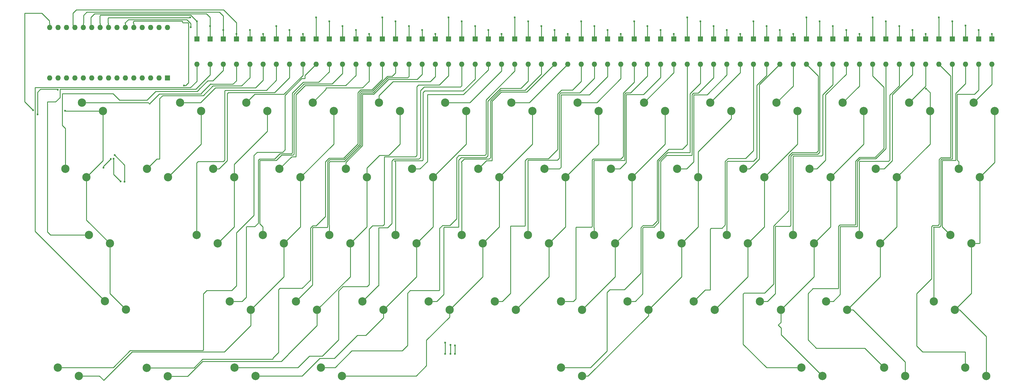
<source format=gbl>
G04 #@! TF.GenerationSoftware,KiCad,Pcbnew,(6.0.7)*
G04 #@! TF.CreationDate,2022-09-06T07:39:08-07:00*
G04 #@! TF.ProjectId,60 Percent Keyboard Ardiuno Micro,36302050-6572-4636-956e-74204b657962,rev?*
G04 #@! TF.SameCoordinates,Original*
G04 #@! TF.FileFunction,Copper,L2,Bot*
G04 #@! TF.FilePolarity,Positive*
%FSLAX46Y46*%
G04 Gerber Fmt 4.6, Leading zero omitted, Abs format (unit mm)*
G04 Created by KiCad (PCBNEW (6.0.7)) date 2022-09-06 07:39:08*
%MOMM*%
%LPD*%
G01*
G04 APERTURE LIST*
G04 #@! TA.AperFunction,ComponentPad*
%ADD10C,2.500000*%
G04 #@! TD*
G04 #@! TA.AperFunction,ComponentPad*
%ADD11R,1.600000X1.600000*%
G04 #@! TD*
G04 #@! TA.AperFunction,ComponentPad*
%ADD12O,1.600000X1.600000*%
G04 #@! TD*
G04 #@! TA.AperFunction,ViaPad*
%ADD13C,0.600000*%
G04 #@! TD*
G04 #@! TA.AperFunction,Conductor*
%ADD14C,0.250000*%
G04 #@! TD*
G04 APERTURE END LIST*
D10*
X29550000Y-305170000D03*
X23200000Y-302630000D03*
X102210000Y-265190000D03*
X95860000Y-262650000D03*
D11*
X118900000Y-223420000D03*
D12*
X118900000Y-231040000D03*
D10*
X242210000Y-265190000D03*
X235860000Y-262650000D03*
X82210000Y-265190000D03*
X75860000Y-262650000D03*
D11*
X114900000Y-223420000D03*
D12*
X114900000Y-231040000D03*
D11*
X50900000Y-223420000D03*
D12*
X50900000Y-231040000D03*
D11*
X146900000Y-223420000D03*
D12*
X146900000Y-231040000D03*
D11*
X178900000Y-223420000D03*
D12*
X178900000Y-231040000D03*
D10*
X247210000Y-305190000D03*
X240860000Y-302650000D03*
D11*
X130900000Y-223420000D03*
D12*
X130900000Y-231040000D03*
D10*
X122210000Y-265190000D03*
X115860000Y-262650000D03*
X192210000Y-245190000D03*
X185860000Y-242650000D03*
X15300000Y-325160000D03*
X8950000Y-322620000D03*
X42210000Y-265190000D03*
X35860000Y-262650000D03*
X67210000Y-305190000D03*
X60860000Y-302650000D03*
X87210000Y-305190000D03*
X80860000Y-302650000D03*
D11*
X206900000Y-223420000D03*
D12*
X206900000Y-231040000D03*
D10*
X127210000Y-305190000D03*
X120860000Y-302650000D03*
X262210000Y-265190000D03*
X255860000Y-262650000D03*
D11*
X66900000Y-223420000D03*
D12*
X66900000Y-231040000D03*
D10*
X279710000Y-305190000D03*
X273360000Y-302650000D03*
D11*
X254900000Y-223420000D03*
D12*
X254900000Y-231040000D03*
D10*
X22610000Y-245170000D03*
X16260000Y-242630000D03*
D11*
X234900000Y-223420000D03*
D12*
X234900000Y-231040000D03*
D11*
X170900000Y-223420000D03*
D12*
X170900000Y-231040000D03*
D10*
X112210000Y-245190000D03*
X105860000Y-242650000D03*
D11*
X150900000Y-223420000D03*
D12*
X150900000Y-231040000D03*
D10*
X92210000Y-245190000D03*
X85860000Y-242650000D03*
D11*
X166900000Y-223420000D03*
D12*
X166900000Y-231040000D03*
D10*
X291710000Y-245190000D03*
X285360000Y-242650000D03*
X237210000Y-285190000D03*
X230860000Y-282650000D03*
D11*
X86900000Y-223420000D03*
D12*
X86900000Y-231040000D03*
D10*
X42160000Y-325250000D03*
X35810000Y-322710000D03*
D11*
X90900000Y-223420000D03*
D12*
X90900000Y-231040000D03*
D11*
X154900000Y-223420000D03*
D12*
X154900000Y-231040000D03*
D11*
X282900000Y-223420000D03*
D12*
X282900000Y-231040000D03*
D10*
X287210000Y-265190000D03*
X280860000Y-262650000D03*
D11*
X222900000Y-223420000D03*
D12*
X222900000Y-231040000D03*
D11*
X158900000Y-223420000D03*
D12*
X158900000Y-231040000D03*
D10*
X217210000Y-285190000D03*
X210860000Y-282650000D03*
D11*
X290900000Y-223420000D03*
D12*
X290900000Y-231040000D03*
D10*
X222210000Y-265190000D03*
X215860000Y-262650000D03*
D11*
X214900000Y-223420000D03*
D12*
X214900000Y-231040000D03*
D11*
X190900000Y-223420000D03*
D12*
X190900000Y-231040000D03*
D11*
X258900000Y-223420000D03*
D12*
X258900000Y-231040000D03*
D10*
X197210000Y-285190000D03*
X190860000Y-282650000D03*
X257210000Y-285190000D03*
X250860000Y-282650000D03*
D11*
X270900000Y-223420000D03*
D12*
X270900000Y-231040000D03*
D10*
X187210000Y-305190000D03*
X180860000Y-302650000D03*
X17600000Y-265170000D03*
X11250000Y-262630000D03*
X24710000Y-285190000D03*
X18360000Y-282650000D03*
D11*
X102900000Y-223420000D03*
D12*
X102900000Y-231040000D03*
D11*
X62900000Y-223420000D03*
D12*
X62900000Y-231040000D03*
D10*
X157210000Y-285190000D03*
X150860000Y-282650000D03*
D11*
X202900000Y-223420000D03*
D12*
X202900000Y-231040000D03*
D11*
X162900000Y-223420000D03*
D12*
X162900000Y-231040000D03*
D10*
X137210000Y-285190000D03*
X130860000Y-282650000D03*
X202210000Y-265190000D03*
X195860000Y-262650000D03*
X264710000Y-325190000D03*
X258360000Y-322650000D03*
X167210000Y-305190000D03*
X160860000Y-302650000D03*
D11*
X110900000Y-223420000D03*
D12*
X110900000Y-231040000D03*
D10*
X227210000Y-305190000D03*
X220860000Y-302650000D03*
X289210000Y-325190000D03*
X282860000Y-322650000D03*
D11*
X42050000Y-235210000D03*
D12*
X39510000Y-235210000D03*
X36970000Y-235210000D03*
X34430000Y-235210000D03*
X31890000Y-235210000D03*
X29350000Y-235210000D03*
X26810000Y-235210000D03*
X24270000Y-235210000D03*
X21730000Y-235210000D03*
X19190000Y-235210000D03*
X16650000Y-235210000D03*
X14110000Y-235210000D03*
X11570000Y-235210000D03*
X9030000Y-235210000D03*
X6490000Y-235210000D03*
X6490000Y-219970000D03*
X9030000Y-219970000D03*
X11570000Y-219970000D03*
X14110000Y-219970000D03*
X16650000Y-219970000D03*
X19190000Y-219970000D03*
X21730000Y-219970000D03*
X24270000Y-219970000D03*
X26810000Y-219970000D03*
X29350000Y-219970000D03*
X31890000Y-219970000D03*
X34430000Y-219970000D03*
X36970000Y-219970000D03*
X39510000Y-219970000D03*
X42050000Y-219970000D03*
D11*
X82900000Y-223420000D03*
D12*
X82900000Y-231040000D03*
D11*
X182900000Y-223420000D03*
D12*
X182900000Y-231040000D03*
D11*
X126900000Y-223420000D03*
D12*
X126900000Y-231040000D03*
D10*
X147210000Y-305190000D03*
X140860000Y-302650000D03*
D11*
X246900000Y-223420000D03*
D12*
X246900000Y-231040000D03*
D10*
X207210000Y-305190000D03*
X200860000Y-302650000D03*
X212210000Y-245190000D03*
X205860000Y-242650000D03*
D11*
X242900000Y-223420000D03*
D12*
X242900000Y-231040000D03*
D11*
X262900000Y-223420000D03*
D12*
X262900000Y-231040000D03*
D10*
X77210000Y-285190000D03*
X70860000Y-282650000D03*
D11*
X122900000Y-223420000D03*
D12*
X122900000Y-231040000D03*
D10*
X107210000Y-305190000D03*
X100860000Y-302650000D03*
X182210000Y-265190000D03*
X175860000Y-262650000D03*
D11*
X134900000Y-223420000D03*
D12*
X134900000Y-231040000D03*
D10*
X239710000Y-325190000D03*
X233360000Y-322650000D03*
X177210000Y-285190000D03*
X170860000Y-282650000D03*
D11*
X186900000Y-223420000D03*
D12*
X186900000Y-231040000D03*
D11*
X250900000Y-223420000D03*
D12*
X250900000Y-231040000D03*
D11*
X70900000Y-223420000D03*
D12*
X70900000Y-231040000D03*
D10*
X97210000Y-285190000D03*
X90860000Y-282650000D03*
X284710000Y-285190000D03*
X278360000Y-282650000D03*
X57210000Y-285190000D03*
X50860000Y-282650000D03*
X152210000Y-245190000D03*
X145860000Y-242650000D03*
D11*
X78900000Y-223420000D03*
D12*
X78900000Y-231040000D03*
D11*
X142900000Y-223420000D03*
D12*
X142900000Y-231040000D03*
D10*
X167210000Y-325190000D03*
X160860000Y-322650000D03*
X172210000Y-245190000D03*
X165860000Y-242650000D03*
X72210000Y-245190000D03*
X65860000Y-242650000D03*
D11*
X94900000Y-223420000D03*
D12*
X94900000Y-231040000D03*
D11*
X230900000Y-223420000D03*
D12*
X230900000Y-231040000D03*
D10*
X272210000Y-245190000D03*
X265860000Y-242650000D03*
D11*
X226900000Y-223420000D03*
D12*
X226900000Y-231040000D03*
D11*
X218900000Y-223420000D03*
D12*
X218900000Y-231040000D03*
D11*
X106900000Y-223420000D03*
D12*
X106900000Y-231040000D03*
D11*
X138900000Y-223420000D03*
D12*
X138900000Y-231040000D03*
D10*
X62210000Y-265190000D03*
X55860000Y-262650000D03*
X132210000Y-245190000D03*
X125860000Y-242650000D03*
X94710000Y-325190000D03*
X88360000Y-322650000D03*
D11*
X54900000Y-223420000D03*
D12*
X54900000Y-231040000D03*
D11*
X174900000Y-223420000D03*
D12*
X174900000Y-231040000D03*
D11*
X278900000Y-223420000D03*
D12*
X278900000Y-231040000D03*
D10*
X68600000Y-325210000D03*
X62250000Y-322670000D03*
X162210000Y-265190000D03*
X155860000Y-262650000D03*
X142210000Y-265190000D03*
X135860000Y-262650000D03*
D11*
X194900000Y-223420000D03*
D12*
X194900000Y-231040000D03*
D11*
X210900000Y-223420000D03*
D12*
X210900000Y-231040000D03*
D10*
X232210000Y-245190000D03*
X225860000Y-242650000D03*
X252210000Y-245190000D03*
X245860000Y-242650000D03*
D11*
X198900000Y-223420000D03*
D12*
X198900000Y-231040000D03*
D10*
X52210000Y-245190000D03*
X45860000Y-242650000D03*
D11*
X266900000Y-223420000D03*
D12*
X266900000Y-231040000D03*
D11*
X238900000Y-223420000D03*
D12*
X238900000Y-231040000D03*
D11*
X74900000Y-223420000D03*
D12*
X74900000Y-231040000D03*
D10*
X117210000Y-285190000D03*
X110860000Y-282650000D03*
D11*
X274900000Y-223420000D03*
D12*
X274900000Y-231040000D03*
D11*
X98900000Y-223420000D03*
D12*
X98900000Y-231040000D03*
D11*
X58900000Y-223420000D03*
D12*
X58900000Y-231040000D03*
D11*
X286900000Y-223420000D03*
D12*
X286900000Y-231040000D03*
D13*
X127500000Y-318500000D03*
X127500000Y-315800000D03*
X128800000Y-316000000D03*
X128800000Y-318500000D03*
X26100000Y-258500000D03*
X29100000Y-266500000D03*
X27900000Y-266400000D03*
X25800000Y-259600000D03*
X24900000Y-259675500D03*
X22700000Y-262300000D03*
X8900000Y-238724500D03*
X2800000Y-246200000D03*
X11100000Y-245100000D03*
X1475500Y-244900000D03*
X142900000Y-221900000D03*
X178900000Y-221900000D03*
X214900000Y-221900000D03*
X230900000Y-221900000D03*
X162900000Y-221900000D03*
X270900000Y-221900000D03*
X122900000Y-221900000D03*
X194900000Y-221900000D03*
X82900000Y-221900000D03*
X70900000Y-221900000D03*
X102900000Y-221900000D03*
X250900000Y-221900000D03*
X290900000Y-221900000D03*
X62900000Y-221900000D03*
X98900000Y-220700000D03*
X246900000Y-220700000D03*
X226900000Y-220700000D03*
X58900000Y-220700000D03*
X138900000Y-220700000D03*
X78900000Y-220700000D03*
X266900000Y-220700000D03*
X66900000Y-220700000D03*
X174900000Y-220700000D03*
X158900000Y-220700000D03*
X118900000Y-220700000D03*
X286900000Y-220700000D03*
X190900000Y-220700000D03*
X210900000Y-220700000D03*
X186900000Y-219500000D03*
X114900000Y-219500000D03*
X222900000Y-219500000D03*
X262900000Y-219500000D03*
X54900000Y-219500000D03*
X170900000Y-219500000D03*
X206900000Y-219500000D03*
X74900000Y-219500000D03*
X242900000Y-219500000D03*
X154900000Y-219500000D03*
X94900000Y-219500000D03*
X282900000Y-219400000D03*
X134900000Y-219500000D03*
X150900000Y-218100000D03*
X166900000Y-218100000D03*
X278900000Y-218100000D03*
X238900000Y-218100000D03*
X182900000Y-218100000D03*
X90900000Y-218100000D03*
X50900000Y-218100000D03*
X258900000Y-218100000D03*
X110900000Y-218100000D03*
X202900000Y-218100000D03*
X130900000Y-218100000D03*
X218900000Y-218100000D03*
X106900000Y-216900000D03*
X48858411Y-216941589D03*
X254900000Y-216900000D03*
X86900000Y-216900000D03*
X146900000Y-216900000D03*
X198900000Y-216900000D03*
X234900000Y-216900000D03*
X126900000Y-216900000D03*
X274900000Y-216900000D03*
X49100000Y-219900000D03*
X271000000Y-238400000D03*
X47000000Y-237475500D03*
X125900000Y-315100000D03*
X125900000Y-318500000D03*
D14*
X127500000Y-318500000D02*
X127500000Y-315800000D01*
X217210000Y-295190000D02*
X217210000Y-285190000D01*
X222210000Y-280190000D02*
X217210000Y-285190000D01*
X232210000Y-255190000D02*
X222210000Y-265190000D01*
X207210000Y-305190000D02*
X217210000Y-295190000D01*
X232210000Y-245190000D02*
X232210000Y-255190000D01*
X222210000Y-265190000D02*
X222210000Y-280190000D01*
X212210000Y-247490000D02*
X212210000Y-245190000D01*
X202210000Y-280190000D02*
X202210000Y-265190000D01*
X167210000Y-325190000D02*
X168977766Y-325190000D01*
X197210000Y-285190000D02*
X202210000Y-280190000D01*
X187210000Y-306957766D02*
X187210000Y-305190000D01*
X197210000Y-295190000D02*
X187210000Y-305190000D01*
X202210000Y-257490000D02*
X212210000Y-247490000D01*
X202210000Y-265190000D02*
X202210000Y-257490000D01*
X168977766Y-325190000D02*
X187210000Y-306957766D01*
X197210000Y-285190000D02*
X197210000Y-295190000D01*
X128800000Y-318500000D02*
X128800000Y-316000000D01*
X182210000Y-265190000D02*
X182210000Y-280190000D01*
X192210000Y-255190000D02*
X182210000Y-265190000D01*
X192210000Y-245190000D02*
X192210000Y-255190000D01*
X182210000Y-280190000D02*
X177210000Y-285190000D01*
X177210000Y-295190000D02*
X167210000Y-305190000D01*
X177210000Y-285190000D02*
X177210000Y-295190000D01*
X162210000Y-265190000D02*
X162210000Y-280190000D01*
X157210000Y-295190000D02*
X147210000Y-305190000D01*
X157210000Y-285190000D02*
X157210000Y-295190000D01*
X172210000Y-245190000D02*
X172210000Y-255190000D01*
X172210000Y-255190000D02*
X162210000Y-265190000D01*
X162210000Y-280190000D02*
X157210000Y-285190000D01*
X29100000Y-261500000D02*
X26100000Y-258500000D01*
X127210000Y-307390000D02*
X127210000Y-305190000D01*
X137210000Y-295190000D02*
X137210000Y-285190000D01*
X117110000Y-325190000D02*
X120200000Y-322100000D01*
X142210000Y-280190000D02*
X137210000Y-285190000D01*
X152210000Y-245190000D02*
X152210000Y-255190000D01*
X120200000Y-322100000D02*
X120200000Y-314400000D01*
X142210000Y-265190000D02*
X142210000Y-280190000D01*
X152210000Y-255190000D02*
X142210000Y-265190000D01*
X94710000Y-325190000D02*
X117110000Y-325190000D01*
X120200000Y-314400000D02*
X127210000Y-307390000D01*
X29100000Y-266500000D02*
X29100000Y-261500000D01*
X127210000Y-305190000D02*
X137210000Y-295190000D01*
X92400000Y-319900000D02*
X99400000Y-312900000D01*
X87800000Y-320112870D02*
X87800000Y-320100000D01*
X25800000Y-264300000D02*
X25800000Y-259600000D01*
X82702870Y-325210000D02*
X87800000Y-320112870D01*
X117210000Y-285190000D02*
X117210000Y-295190000D01*
X68600000Y-325210000D02*
X82702870Y-325210000D01*
X88000000Y-319900000D02*
X92400000Y-319900000D01*
X117210000Y-295190000D02*
X107210000Y-305190000D01*
X132210000Y-255190000D02*
X122210000Y-265190000D01*
X27900000Y-266400000D02*
X25800000Y-264300000D01*
X122210000Y-280190000D02*
X117210000Y-285190000D01*
X87800000Y-320100000D02*
X88000000Y-319900000D01*
X107210000Y-307590000D02*
X107210000Y-305190000D01*
X99400000Y-312900000D02*
X101900000Y-312900000D01*
X122210000Y-265190000D02*
X122210000Y-280190000D01*
X101900000Y-312900000D02*
X107210000Y-307590000D01*
X132210000Y-245190000D02*
X132210000Y-255190000D01*
X22700000Y-262300000D02*
X22700000Y-261900000D01*
X87210000Y-309930410D02*
X78440410Y-318700000D01*
X102210000Y-280190000D02*
X97210000Y-285190000D01*
X106050000Y-258550000D02*
X102210000Y-262390000D01*
X112210000Y-255190000D02*
X108850000Y-258550000D01*
X102210000Y-262390000D02*
X102210000Y-265190000D01*
X48150000Y-325250000D02*
X42160000Y-325250000D01*
X76400000Y-320800000D02*
X52600000Y-320800000D01*
X102210000Y-265190000D02*
X102210000Y-280190000D01*
X97210000Y-295190000D02*
X87210000Y-305190000D01*
X97210000Y-285190000D02*
X97210000Y-295190000D01*
X24900000Y-259700000D02*
X24900000Y-259675500D01*
X108850000Y-258550000D02*
X106050000Y-258550000D01*
X112210000Y-245190000D02*
X112210000Y-255190000D01*
X22700000Y-261900000D02*
X24900000Y-259700000D01*
X87210000Y-305190000D02*
X87210000Y-309930410D01*
X78440410Y-318700000D02*
X78440410Y-318759590D01*
X52600000Y-320800000D02*
X48150000Y-325250000D01*
X78440410Y-318759590D02*
X76400000Y-320800000D01*
X2800000Y-239500000D02*
X3600000Y-238700000D01*
X82210000Y-265190000D02*
X82210000Y-280190000D01*
X82210000Y-280190000D02*
X77210000Y-285190000D01*
X92210000Y-255190000D02*
X92210000Y-245190000D01*
X2800000Y-246200000D02*
X2800000Y-239500000D01*
X67210000Y-305190000D02*
X77210000Y-295190000D01*
X59190410Y-317950000D02*
X31350000Y-317950000D01*
X82210000Y-265190000D02*
X92210000Y-255190000D01*
X67210000Y-309930410D02*
X59190410Y-317950000D01*
X3600000Y-238700000D02*
X3750000Y-238550000D01*
X3750000Y-238550000D02*
X8500000Y-238550000D01*
X77210000Y-295190000D02*
X77210000Y-285190000D01*
X8725500Y-238550000D02*
X8900000Y-238724500D01*
X8500000Y-238550000D02*
X8725500Y-238550000D01*
X22800000Y-326500000D02*
X21460000Y-325160000D01*
X21460000Y-325160000D02*
X15300000Y-325160000D01*
X31350000Y-317950000D02*
X22800000Y-326500000D01*
X67210000Y-305190000D02*
X67210000Y-309930410D01*
X72210000Y-245190000D02*
X72210000Y-251290000D01*
X62210000Y-280190000D02*
X57210000Y-285190000D01*
X62210000Y-265190000D02*
X62210000Y-280190000D01*
X72210000Y-251290000D02*
X62210000Y-261290000D01*
X62210000Y-261290000D02*
X62210000Y-265190000D01*
X52210000Y-255190000D02*
X42210000Y-265190000D01*
X52210000Y-245190000D02*
X52210000Y-255190000D01*
X22610000Y-245170000D02*
X11170000Y-245170000D01*
X-1025000Y-242399500D02*
X-1025000Y-215600000D01*
X1475500Y-244900000D02*
X-1025000Y-242399500D01*
X11170000Y-245170000D02*
X11100000Y-245100000D01*
X6490000Y-218695000D02*
X6490000Y-219970000D01*
X22610000Y-260160000D02*
X17600000Y-265170000D01*
X4100000Y-215600000D02*
X6400000Y-217900000D01*
X24710000Y-285190000D02*
X17600000Y-278080000D01*
X22610000Y-245170000D02*
X22610000Y-260160000D01*
X6400000Y-217900000D02*
X6400000Y-218605000D01*
X17600000Y-278080000D02*
X17600000Y-265170000D01*
X24710000Y-300330000D02*
X29550000Y-305170000D01*
X6400000Y-218605000D02*
X6490000Y-218695000D01*
X24710000Y-285190000D02*
X24710000Y-300330000D01*
X-1025000Y-215600000D02*
X4100000Y-215600000D01*
X62900000Y-218500000D02*
X59000000Y-214600000D01*
X102900000Y-223420000D02*
X102900000Y-221900000D01*
X13500000Y-219360000D02*
X14110000Y-219970000D01*
X13500000Y-215600000D02*
X13500000Y-219360000D01*
X82900000Y-223420000D02*
X82900000Y-221900000D01*
X194900000Y-223420000D02*
X194900000Y-221900000D01*
X230900000Y-223420000D02*
X230900000Y-221900000D01*
X122900000Y-223420000D02*
X122900000Y-221900000D01*
X70900000Y-223420000D02*
X70900000Y-221900000D01*
X162900000Y-223420000D02*
X162900000Y-221900000D01*
X62900000Y-223420000D02*
X62900000Y-221900000D01*
X214900000Y-223420000D02*
X214900000Y-221900000D01*
X14500000Y-214600000D02*
X13500000Y-215600000D01*
X178900000Y-223420000D02*
X178900000Y-221900000D01*
X142900000Y-223420000D02*
X142900000Y-221900000D01*
X62900000Y-221900000D02*
X62900000Y-218500000D01*
X59000000Y-214600000D02*
X14500000Y-214600000D01*
X290900000Y-223420000D02*
X290900000Y-221900000D01*
X250900000Y-223420000D02*
X250900000Y-221900000D01*
X270900000Y-223420000D02*
X270900000Y-221900000D01*
X174900000Y-223420000D02*
X174900000Y-220700000D01*
X286900000Y-223420000D02*
X286900000Y-220700000D01*
X17700000Y-215300000D02*
X16700000Y-216300000D01*
X78900000Y-223420000D02*
X78900000Y-220700000D01*
X16700000Y-218605000D02*
X16650000Y-218655000D01*
X226900000Y-223420000D02*
X226900000Y-220700000D01*
X266900000Y-223420000D02*
X266900000Y-220700000D01*
X16650000Y-218655000D02*
X16650000Y-219970000D01*
X158900000Y-223420000D02*
X158900000Y-220700000D01*
X210900000Y-223420000D02*
X210900000Y-220700000D01*
X66900000Y-223420000D02*
X66900000Y-220700000D01*
X246900000Y-223420000D02*
X246900000Y-220700000D01*
X57700000Y-215300000D02*
X17700000Y-215300000D01*
X16700000Y-216300000D02*
X16700000Y-218605000D01*
X98900000Y-223420000D02*
X98900000Y-220700000D01*
X138900000Y-223420000D02*
X138900000Y-220700000D01*
X58900000Y-216500000D02*
X57700000Y-215300000D01*
X58900000Y-223420000D02*
X58900000Y-220700000D01*
X58900000Y-220700000D02*
X58900000Y-216500000D01*
X118900000Y-223420000D02*
X118900000Y-220700000D01*
X190900000Y-223420000D02*
X190900000Y-220700000D01*
X242900000Y-223420000D02*
X242900000Y-219500000D01*
X282900000Y-223420000D02*
X282900000Y-219500000D01*
X54900000Y-219500000D02*
X54900000Y-216900000D01*
X282900000Y-219500000D02*
X282900000Y-219400000D01*
X222900000Y-223420000D02*
X222900000Y-219500000D01*
X206900000Y-223420000D02*
X206900000Y-219500000D01*
X114900000Y-223420000D02*
X114900000Y-219500000D01*
X186900000Y-223420000D02*
X186900000Y-219500000D01*
X54900000Y-223420000D02*
X54900000Y-219500000D01*
X54900000Y-216900000D02*
X53800000Y-215800000D01*
X154900000Y-223420000D02*
X154900000Y-219500000D01*
X94900000Y-223420000D02*
X94900000Y-219500000D01*
X18900000Y-219680000D02*
X19190000Y-219970000D01*
X134900000Y-223420000D02*
X134900000Y-219500000D01*
X170900000Y-223420000D02*
X170900000Y-219500000D01*
X53800000Y-215800000D02*
X20000000Y-215800000D01*
X74900000Y-223420000D02*
X74900000Y-219500000D01*
X18900000Y-216900000D02*
X18900000Y-219680000D01*
X20000000Y-215800000D02*
X18900000Y-216900000D01*
X262900000Y-223420000D02*
X262900000Y-219500000D01*
X258900000Y-223420000D02*
X258900000Y-218100000D01*
X218900000Y-223420000D02*
X218900000Y-218100000D01*
X150900000Y-223420000D02*
X150900000Y-218100000D01*
X182900000Y-223420000D02*
X182900000Y-218100000D01*
X21730000Y-218735000D02*
X21730000Y-219970000D01*
X50900000Y-218100000D02*
X49050000Y-216250000D01*
X21600000Y-216450000D02*
X21600000Y-218605000D01*
X21600000Y-218605000D02*
X21730000Y-218735000D01*
X50900000Y-223420000D02*
X50900000Y-218100000D01*
X90900000Y-223420000D02*
X90900000Y-218100000D01*
X238900000Y-223420000D02*
X238900000Y-218100000D01*
X130900000Y-223420000D02*
X130900000Y-218100000D01*
X202900000Y-223420000D02*
X202900000Y-218100000D01*
X21800000Y-216250000D02*
X21600000Y-216450000D01*
X278900000Y-223420000D02*
X278900000Y-218100000D01*
X49050000Y-216250000D02*
X21800000Y-216250000D01*
X110900000Y-223420000D02*
X110900000Y-218100000D01*
X166900000Y-223420000D02*
X166900000Y-218100000D01*
X24300000Y-217000000D02*
X24120000Y-217180000D01*
X24100000Y-219900000D02*
X24100000Y-218925000D01*
X254900000Y-223420000D02*
X254900000Y-216900000D01*
X24120000Y-218605000D02*
X24270000Y-218755000D01*
X24100000Y-218925000D02*
X24270000Y-218755000D01*
X106900000Y-223420000D02*
X106900000Y-216900000D01*
X48858411Y-216941589D02*
X48800000Y-217000000D01*
X198900000Y-223420000D02*
X198900000Y-216900000D01*
X234900000Y-223420000D02*
X234900000Y-216900000D01*
X24270000Y-219970000D02*
X24200000Y-219900000D01*
X48800000Y-217000000D02*
X24300000Y-217000000D01*
X146900000Y-223420000D02*
X146900000Y-216900000D01*
X86900000Y-223420000D02*
X86900000Y-216900000D01*
X274900000Y-223420000D02*
X274900000Y-216900000D01*
X24120000Y-217180000D02*
X24120000Y-218605000D01*
X126900000Y-223420000D02*
X126900000Y-216900000D01*
X24200000Y-219900000D02*
X24100000Y-219900000D01*
X289210000Y-313279997D02*
X289210000Y-325190000D01*
X279710000Y-305190000D02*
X281120003Y-305190000D01*
X287089999Y-285190000D02*
X284710000Y-285190000D01*
X287210000Y-265190000D02*
X287210000Y-285069999D01*
X287210000Y-285069999D02*
X287089999Y-285190000D01*
X291710000Y-245190000D02*
X291710000Y-260690000D01*
X281120003Y-305190000D02*
X289210000Y-313279997D01*
X291710000Y-260690000D02*
X287210000Y-265190000D01*
X284710000Y-285190000D02*
X284710000Y-300190000D01*
X284710000Y-300190000D02*
X279710000Y-305190000D01*
X272210000Y-239610000D02*
X271000000Y-238400000D01*
X29200000Y-218605000D02*
X29350000Y-218755000D01*
X257210000Y-295190000D02*
X247210000Y-305190000D01*
X257210000Y-285190000D02*
X262210000Y-280190000D01*
X49100000Y-219900000D02*
X49100000Y-218756117D01*
X257210000Y-285190000D02*
X257210000Y-295190000D01*
X272210000Y-255190000D02*
X272210000Y-245190000D01*
X49100000Y-218756117D02*
X47893883Y-217550000D01*
X262210000Y-265190000D02*
X272210000Y-255190000D01*
X30255000Y-217550000D02*
X29200000Y-218605000D01*
X248977766Y-305190000D02*
X247210000Y-305190000D01*
X272210000Y-245190000D02*
X272210000Y-239610000D01*
X264710000Y-320922234D02*
X248977766Y-305190000D01*
X29350000Y-218755000D02*
X29350000Y-219970000D01*
X47893883Y-217550000D02*
X30255000Y-217550000D01*
X264710000Y-325190000D02*
X264710000Y-320922234D01*
X262210000Y-280190000D02*
X262210000Y-265190000D01*
X48207487Y-218500000D02*
X46700000Y-218500000D01*
X252210000Y-245190000D02*
X252210000Y-255190000D01*
X31740000Y-218260000D02*
X31740000Y-218605000D01*
X48415000Y-218707513D02*
X48207487Y-218500000D01*
X48415000Y-236632487D02*
X48415000Y-218707513D01*
X31890000Y-218755000D02*
X31890000Y-219970000D01*
X237210000Y-295190000D02*
X227210000Y-305190000D01*
X242210000Y-280190000D02*
X237210000Y-285190000D01*
X46500000Y-218300000D02*
X46500000Y-218000000D01*
X237210000Y-285190000D02*
X237210000Y-295190000D01*
X125900000Y-318500000D02*
X125900000Y-315100000D01*
X227300000Y-312780000D02*
X227300000Y-310700000D01*
X252210000Y-255190000D02*
X242210000Y-265190000D01*
X46700000Y-218500000D02*
X46500000Y-218300000D01*
X31740000Y-218605000D02*
X31890000Y-218755000D01*
X47571987Y-237475500D02*
X48415000Y-236632487D01*
X227300000Y-310700000D02*
X226400000Y-309800000D01*
X32000000Y-218000000D02*
X31740000Y-218260000D01*
X227210000Y-308990000D02*
X227210000Y-305190000D01*
X47000000Y-237475500D02*
X47571987Y-237475500D01*
X46500000Y-218000000D02*
X32000000Y-218000000D01*
X226400000Y-309800000D02*
X227210000Y-308990000D01*
X239710000Y-325190000D02*
X227300000Y-312780000D01*
X242210000Y-265190000D02*
X242210000Y-280190000D01*
X290900000Y-231040000D02*
X290900000Y-237110000D01*
X290900000Y-237110000D02*
X285360000Y-242650000D01*
X280860000Y-260460000D02*
X280860000Y-262650000D01*
X286900000Y-238800000D02*
X285600000Y-240100000D01*
X286900000Y-231040000D02*
X286900000Y-238800000D01*
X280400000Y-240100000D02*
X280400000Y-260000000D01*
X280400000Y-260000000D02*
X280860000Y-260460000D01*
X285600000Y-240100000D02*
X280400000Y-240100000D01*
X275900000Y-280190000D02*
X278360000Y-282650000D01*
X275900000Y-260100000D02*
X275900000Y-280190000D01*
X279950000Y-239850000D02*
X279950000Y-260100000D01*
X282900000Y-236900000D02*
X279950000Y-239850000D01*
X279950000Y-260100000D02*
X275900000Y-260100000D01*
X282900000Y-231040000D02*
X282900000Y-236900000D01*
X278900000Y-259650000D02*
X275713604Y-259650000D01*
X275713604Y-259650000D02*
X275450000Y-259913604D01*
X275450000Y-279800000D02*
X275050000Y-280200000D01*
X278900000Y-231040000D02*
X278900000Y-259650000D01*
X273360000Y-280360000D02*
X273360000Y-302650000D01*
X275450000Y-259913604D02*
X275450000Y-279800000D01*
X275050000Y-280200000D02*
X273200000Y-280200000D01*
X273200000Y-280200000D02*
X273360000Y-280360000D01*
X274900000Y-231040000D02*
X278450000Y-234590000D01*
X274650000Y-279750000D02*
X273013604Y-279750000D01*
X268200000Y-316100000D02*
X270000000Y-317900000D01*
X272700000Y-295800000D02*
X268200000Y-300300000D01*
X278450000Y-259200000D02*
X275527208Y-259200000D01*
X275000000Y-259727208D02*
X275000000Y-279400000D01*
X272700000Y-280063604D02*
X272700000Y-295800000D01*
X273013604Y-279750000D02*
X272700000Y-280063604D01*
X278450000Y-234590000D02*
X278450000Y-259200000D01*
X275527208Y-259200000D02*
X275000000Y-259727208D01*
X275000000Y-279400000D02*
X274650000Y-279750000D01*
X270000000Y-317900000D02*
X282800000Y-317900000D01*
X282860000Y-317960000D02*
X282860000Y-322650000D01*
X282800000Y-317900000D02*
X282860000Y-317960000D01*
X268200000Y-300300000D02*
X268200000Y-316100000D01*
X270900000Y-231040000D02*
X270900000Y-237610000D01*
X270900000Y-237610000D02*
X265860000Y-242650000D01*
X266900000Y-231040000D02*
X266900000Y-234200000D01*
X258350000Y-262650000D02*
X255860000Y-262650000D01*
X260800000Y-260200000D02*
X258350000Y-262650000D01*
X266900000Y-234200000D02*
X260800000Y-240300000D01*
X260800000Y-240300000D02*
X260800000Y-260200000D01*
X250860000Y-260440000D02*
X250860000Y-282650000D01*
X260100000Y-259900000D02*
X259700000Y-260300000D01*
X260100000Y-240363604D02*
X260100000Y-259900000D01*
X262900000Y-237563604D02*
X260100000Y-240363604D01*
X259700000Y-260300000D02*
X251000000Y-260300000D01*
X262900000Y-231040000D02*
X262900000Y-237563604D01*
X251000000Y-260300000D02*
X250860000Y-260440000D01*
X245100000Y-300600000D02*
X243050000Y-302650000D01*
X251063604Y-259600000D02*
X250200000Y-260463604D01*
X258900000Y-231040000D02*
X258900000Y-256500000D01*
X243050000Y-302650000D02*
X240860000Y-302650000D01*
X245100000Y-280100000D02*
X245100000Y-300600000D01*
X258900000Y-256500000D02*
X255800000Y-259600000D01*
X250200000Y-260463604D02*
X250200000Y-280100000D01*
X255800000Y-259600000D02*
X251063604Y-259600000D01*
X250200000Y-280100000D02*
X245100000Y-280100000D01*
X244963604Y-279600000D02*
X244600000Y-279963604D01*
X255631802Y-259131802D02*
X250895406Y-259131802D01*
X258300000Y-256463604D02*
X255631802Y-259131802D01*
X244600000Y-279963604D02*
X244600000Y-298700000D01*
X237900000Y-316800000D02*
X252510000Y-316800000D01*
X235400000Y-314300000D02*
X237900000Y-316800000D01*
X235400000Y-300300000D02*
X235400000Y-314300000D01*
X244500000Y-298800000D02*
X236900000Y-298800000D01*
X258300000Y-238000000D02*
X258300000Y-256463604D01*
X249700000Y-260327208D02*
X249700000Y-279500000D01*
X249600000Y-279600000D02*
X244963604Y-279600000D01*
X250895406Y-259131802D02*
X249700000Y-260327208D01*
X244600000Y-298700000D02*
X244500000Y-298800000D01*
X249700000Y-279500000D02*
X249600000Y-279600000D01*
X254900000Y-231040000D02*
X254900000Y-234600000D01*
X254900000Y-234600000D02*
X258300000Y-238000000D01*
X252510000Y-316800000D02*
X258360000Y-322650000D01*
X236900000Y-298800000D02*
X235400000Y-300300000D01*
X250900000Y-231040000D02*
X250900000Y-237610000D01*
X250900000Y-237610000D02*
X245860000Y-242650000D01*
X246900000Y-231040000D02*
X246900000Y-234100000D01*
X238050000Y-262650000D02*
X235860000Y-262650000D01*
X246900000Y-234100000D02*
X240700000Y-240300000D01*
X240700000Y-240300000D02*
X240700000Y-260000000D01*
X240700000Y-260000000D02*
X238050000Y-262650000D01*
X239800000Y-240300000D02*
X239800000Y-258400000D01*
X230860000Y-258860000D02*
X230860000Y-282650000D01*
X231020000Y-258700000D02*
X230860000Y-258860000D01*
X239500000Y-258700000D02*
X231020000Y-258700000D01*
X242900000Y-231040000D02*
X242900000Y-237200000D01*
X239800000Y-258400000D02*
X239500000Y-258700000D01*
X242900000Y-237200000D02*
X239800000Y-240300000D01*
X225500000Y-280000000D02*
X225500000Y-300300000D01*
X230800000Y-258200000D02*
X230200000Y-258800000D01*
X225500000Y-300300000D02*
X223150000Y-302650000D01*
X238900000Y-257600000D02*
X238300000Y-258200000D01*
X229900000Y-280000000D02*
X225500000Y-280000000D01*
X238900000Y-231040000D02*
X238900000Y-257600000D01*
X230200000Y-279700000D02*
X229900000Y-280000000D01*
X230200000Y-258800000D02*
X230200000Y-279700000D01*
X223150000Y-302650000D02*
X220860000Y-302650000D01*
X238300000Y-258200000D02*
X230800000Y-258200000D01*
X225000000Y-279863604D02*
X225000000Y-297400000D01*
X229600000Y-275263604D02*
X225000000Y-279863604D01*
X234900000Y-231040000D02*
X238450000Y-234590000D01*
X215800000Y-300400000D02*
X215800000Y-315600000D01*
X222850000Y-322650000D02*
X233360000Y-322650000D01*
X215800000Y-315600000D02*
X222850000Y-322650000D01*
X229600000Y-258763604D02*
X229600000Y-275263604D01*
X238450000Y-257250000D02*
X237950000Y-257750000D01*
X237950000Y-257750000D02*
X230613604Y-257750000D01*
X216100000Y-300100000D02*
X215800000Y-300400000D01*
X230613604Y-257750000D02*
X229600000Y-258763604D01*
X222300000Y-300100000D02*
X216100000Y-300100000D01*
X238450000Y-234590000D02*
X238450000Y-257250000D01*
X225000000Y-297400000D02*
X222300000Y-300100000D01*
X230900000Y-231040000D02*
X230900000Y-237610000D01*
X230900000Y-237610000D02*
X225860000Y-242650000D01*
X220700000Y-259700000D02*
X217750000Y-262650000D01*
X226900000Y-231040000D02*
X220700000Y-237240000D01*
X217750000Y-262650000D02*
X215860000Y-262650000D01*
X220700000Y-237240000D02*
X220700000Y-259700000D01*
X210860000Y-260540000D02*
X210860000Y-282650000D01*
X219900000Y-237400000D02*
X219900000Y-259300000D01*
X222900000Y-231040000D02*
X222900000Y-234400000D01*
X222900000Y-234400000D02*
X219900000Y-237400000D01*
X211100000Y-260300000D02*
X210860000Y-260540000D01*
X218900000Y-260300000D02*
X211100000Y-260300000D01*
X219900000Y-259300000D02*
X218900000Y-260300000D01*
X218900000Y-257100000D02*
X216500000Y-259500000D01*
X206100000Y-280600000D02*
X205900000Y-280800000D01*
X218900000Y-231040000D02*
X218900000Y-257100000D01*
X205900000Y-280800000D02*
X205900000Y-299200000D01*
X209400000Y-280600000D02*
X206100000Y-280600000D01*
X211263604Y-259500000D02*
X210400000Y-260363604D01*
X205900000Y-299200000D02*
X204310000Y-299200000D01*
X204310000Y-299200000D02*
X200860000Y-302650000D01*
X216500000Y-259500000D02*
X211263604Y-259500000D01*
X210400000Y-279600000D02*
X209400000Y-280600000D01*
X210400000Y-260363604D02*
X210400000Y-279600000D01*
X214900000Y-233610000D02*
X205860000Y-242650000D01*
X214900000Y-231040000D02*
X214900000Y-233610000D01*
X200900000Y-260500000D02*
X198750000Y-262650000D01*
X204900000Y-240300000D02*
X200900000Y-240300000D01*
X210900000Y-231040000D02*
X210900000Y-234300000D01*
X198750000Y-262650000D02*
X195860000Y-262650000D01*
X200900000Y-240300000D02*
X200900000Y-260500000D01*
X210900000Y-234300000D02*
X204900000Y-240300000D01*
X206900000Y-231040000D02*
X206900000Y-235100000D01*
X200400000Y-258500000D02*
X200300000Y-258600000D01*
X200400000Y-240163604D02*
X200400000Y-258500000D01*
X202200000Y-239800000D02*
X200763604Y-239800000D01*
X190860000Y-260440000D02*
X190860000Y-282650000D01*
X200300000Y-258600000D02*
X192700000Y-258600000D01*
X200763604Y-239800000D02*
X200400000Y-240163604D01*
X206900000Y-235100000D02*
X202200000Y-239800000D01*
X192700000Y-258600000D02*
X190860000Y-260440000D01*
X185500000Y-300400000D02*
X183250000Y-302650000D01*
X190300000Y-260363604D02*
X190300000Y-278800000D01*
X183250000Y-302650000D02*
X180860000Y-302650000D01*
X190300000Y-278800000D02*
X188900000Y-280200000D01*
X199800000Y-257700000D02*
X192963604Y-257700000D01*
X202900000Y-231040000D02*
X202900000Y-236800000D01*
X188900000Y-280200000D02*
X185800000Y-280200000D01*
X199800000Y-239900000D02*
X199800000Y-257700000D01*
X202900000Y-236800000D02*
X199800000Y-239900000D01*
X185800000Y-280200000D02*
X185500000Y-280500000D01*
X192963604Y-257700000D02*
X190300000Y-260363604D01*
X185500000Y-280500000D02*
X185500000Y-300400000D01*
X198900000Y-255300000D02*
X197500000Y-256700000D01*
X174700000Y-317700000D02*
X169750000Y-322650000D01*
X169750000Y-322650000D02*
X160860000Y-322650000D01*
X198900000Y-231040000D02*
X198900000Y-255300000D01*
X189850000Y-260177208D02*
X189850000Y-278350000D01*
X185663604Y-279700000D02*
X185000000Y-280363604D01*
X189850000Y-278350000D02*
X188500000Y-279700000D01*
X185000000Y-294100000D02*
X180000000Y-299100000D01*
X197500000Y-256700000D02*
X193327208Y-256700000D01*
X180000000Y-299100000D02*
X175600000Y-299100000D01*
X175600000Y-299100000D02*
X174700000Y-300000000D01*
X188500000Y-279700000D02*
X185663604Y-279700000D01*
X193327208Y-256700000D02*
X189850000Y-260177208D01*
X174700000Y-300000000D02*
X174700000Y-317700000D01*
X185000000Y-280363604D02*
X185000000Y-294100000D01*
X194900000Y-231040000D02*
X194900000Y-233610000D01*
X194900000Y-233610000D02*
X185860000Y-242650000D01*
X190900000Y-231040000D02*
X190900000Y-235000000D01*
X178650000Y-262650000D02*
X175860000Y-262650000D01*
X185700000Y-240200000D02*
X180500000Y-240200000D01*
X180500000Y-240200000D02*
X180500000Y-260800000D01*
X180500000Y-260800000D02*
X178650000Y-262650000D01*
X190900000Y-235000000D02*
X185700000Y-240200000D01*
X181800000Y-239700000D02*
X180363604Y-239700000D01*
X186900000Y-234600000D02*
X181800000Y-239700000D01*
X180050000Y-260100000D02*
X170700000Y-260100000D01*
X170860000Y-280460000D02*
X170860000Y-282650000D01*
X180363604Y-239700000D02*
X180050000Y-240013604D01*
X170700000Y-260100000D02*
X170700000Y-280300000D01*
X186900000Y-231040000D02*
X186900000Y-234600000D01*
X180050000Y-240013604D02*
X180050000Y-260100000D01*
X170700000Y-280300000D02*
X170860000Y-280460000D01*
X170250000Y-280000000D02*
X170050000Y-280200000D01*
X165400000Y-280200000D02*
X165300000Y-280300000D01*
X165300000Y-301900000D02*
X164550000Y-302650000D01*
X182900000Y-231040000D02*
X182900000Y-236500000D01*
X170513604Y-259650000D02*
X170250000Y-259913604D01*
X182900000Y-236500000D02*
X179600000Y-239800000D01*
X179600000Y-239800000D02*
X179600000Y-258900000D01*
X170250000Y-259913604D02*
X170250000Y-280000000D01*
X178850000Y-259650000D02*
X170513604Y-259650000D01*
X164550000Y-302650000D02*
X160860000Y-302650000D01*
X170050000Y-280200000D02*
X165400000Y-280200000D01*
X165300000Y-280300000D02*
X165300000Y-301900000D01*
X179600000Y-258900000D02*
X178850000Y-259650000D01*
X171650000Y-242650000D02*
X165860000Y-242650000D01*
X178900000Y-231040000D02*
X178900000Y-235400000D01*
X178900000Y-235400000D02*
X171650000Y-242650000D01*
X174900000Y-231040000D02*
X174900000Y-234800000D01*
X160800000Y-262200000D02*
X160350000Y-262650000D01*
X160350000Y-262650000D02*
X155860000Y-262650000D01*
X174900000Y-234800000D02*
X169400000Y-240300000D01*
X160800000Y-240300000D02*
X160800000Y-262200000D01*
X169400000Y-240300000D02*
X160800000Y-240300000D01*
X160763604Y-239700000D02*
X160300000Y-240163604D01*
X159700000Y-260000000D02*
X150800000Y-260000000D01*
X170900000Y-231040000D02*
X170900000Y-235300000D01*
X170900000Y-235300000D02*
X166500000Y-239700000D01*
X160300000Y-259400000D02*
X159700000Y-260000000D01*
X160300000Y-240163604D02*
X160300000Y-259400000D01*
X166500000Y-239700000D02*
X160763604Y-239700000D01*
X150800000Y-260000000D02*
X150860000Y-260060000D01*
X150860000Y-260060000D02*
X150860000Y-282650000D01*
X143150000Y-302650000D02*
X140860000Y-302650000D01*
X149900000Y-279900000D02*
X145600000Y-279900000D01*
X150000000Y-260163604D02*
X150000000Y-279800000D01*
X145600000Y-300200000D02*
X143150000Y-302650000D01*
X159800000Y-256800000D02*
X157050000Y-259550000D01*
X157050000Y-259550000D02*
X150613604Y-259550000D01*
X164300000Y-238800000D02*
X161027208Y-238800000D01*
X150000000Y-279800000D02*
X149900000Y-279900000D01*
X161027208Y-238800000D02*
X159800000Y-240027208D01*
X166900000Y-236200000D02*
X164300000Y-238800000D01*
X166900000Y-231040000D02*
X166900000Y-236200000D01*
X159800000Y-240027208D02*
X159800000Y-256800000D01*
X150613604Y-259550000D02*
X150000000Y-260163604D01*
X145600000Y-279900000D02*
X145600000Y-300200000D01*
X151290000Y-242650000D02*
X145860000Y-242650000D01*
X162900000Y-231040000D02*
X151290000Y-242650000D01*
X140000000Y-242200000D02*
X140000000Y-260200000D01*
X142800000Y-239400000D02*
X140000000Y-242200000D01*
X140000000Y-260200000D02*
X138310000Y-260200000D01*
X150540000Y-239400000D02*
X142800000Y-239400000D01*
X158900000Y-231040000D02*
X150540000Y-239400000D01*
X138310000Y-260200000D02*
X135860000Y-262650000D01*
X130700000Y-260600000D02*
X130860000Y-260760000D01*
X154900000Y-231040000D02*
X154900000Y-234000000D01*
X131600000Y-259700000D02*
X130700000Y-260600000D01*
X142663604Y-238900000D02*
X139550000Y-242013604D01*
X130860000Y-260760000D02*
X130860000Y-282650000D01*
X139550000Y-242013604D02*
X139550000Y-259200000D01*
X154900000Y-234000000D02*
X150000000Y-238900000D01*
X150000000Y-238900000D02*
X142663604Y-238900000D01*
X139550000Y-259200000D02*
X139050000Y-259700000D01*
X139050000Y-259700000D02*
X131600000Y-259700000D01*
X125400000Y-280400000D02*
X125400000Y-300600000D01*
X138200000Y-259200000D02*
X130700000Y-259200000D01*
X129900000Y-260000000D02*
X129900000Y-280200000D01*
X138700000Y-242200000D02*
X138700000Y-258700000D01*
X148700000Y-238300000D02*
X142600000Y-238300000D01*
X130700000Y-259200000D02*
X129900000Y-260000000D01*
X129900000Y-280200000D02*
X125600000Y-280200000D01*
X150900000Y-231040000D02*
X150900000Y-236100000D01*
X123350000Y-302650000D02*
X120860000Y-302650000D01*
X150900000Y-236100000D02*
X148700000Y-238300000D01*
X125600000Y-280200000D02*
X125400000Y-280400000D01*
X125400000Y-300600000D02*
X123350000Y-302650000D01*
X138700000Y-258700000D02*
X138200000Y-259200000D01*
X142600000Y-238300000D02*
X138700000Y-242200000D01*
X124200000Y-299200000D02*
X124000000Y-299400000D01*
X127300000Y-279700000D02*
X125100000Y-279700000D01*
X146900000Y-231040000D02*
X146900000Y-233100000D01*
X125100000Y-279700000D02*
X124200000Y-280600000D01*
X97700000Y-317600000D02*
X92650000Y-322650000D01*
X138200000Y-258200000D02*
X137800000Y-258600000D01*
X112900000Y-317600000D02*
X97700000Y-317600000D01*
X146900000Y-233100000D02*
X138200000Y-241800000D01*
X124200000Y-280600000D02*
X124200000Y-299200000D01*
X115300000Y-299400000D02*
X114500000Y-300200000D01*
X114500000Y-316000000D02*
X112900000Y-317600000D01*
X138200000Y-241800000D02*
X138200000Y-258200000D01*
X129300000Y-259300000D02*
X129300000Y-277700000D01*
X137800000Y-258600000D02*
X130000000Y-258600000D01*
X92650000Y-322650000D02*
X88360000Y-322650000D01*
X124000000Y-299400000D02*
X115300000Y-299400000D01*
X114500000Y-300200000D02*
X114500000Y-316000000D01*
X129300000Y-277700000D02*
X127300000Y-279700000D01*
X130000000Y-258600000D02*
X129300000Y-259300000D01*
X142900000Y-233100000D02*
X133350000Y-242650000D01*
X133350000Y-242650000D02*
X125860000Y-242650000D01*
X142900000Y-231040000D02*
X142900000Y-233100000D01*
X138900000Y-232700000D02*
X131400000Y-240200000D01*
X138900000Y-231040000D02*
X138900000Y-232700000D01*
X131400000Y-240200000D02*
X120500000Y-240200000D01*
X120500000Y-240200000D02*
X120500000Y-260400000D01*
X120500000Y-260400000D02*
X118250000Y-262650000D01*
X118250000Y-262650000D02*
X115860000Y-262650000D01*
X131300000Y-239100000D02*
X119700000Y-239100000D01*
X118900000Y-260200000D02*
X110500000Y-260200000D01*
X119200000Y-239600000D02*
X119200000Y-259900000D01*
X134900000Y-235500000D02*
X131300000Y-239100000D01*
X110500000Y-260200000D02*
X110860000Y-260560000D01*
X134900000Y-231040000D02*
X134900000Y-235500000D01*
X119700000Y-239100000D02*
X119200000Y-239600000D01*
X119200000Y-259900000D02*
X118900000Y-260200000D01*
X110860000Y-260560000D02*
X110860000Y-282650000D01*
X110363604Y-259700000D02*
X109800000Y-260263604D01*
X109800000Y-279100000D02*
X108500000Y-280400000D01*
X130500000Y-237900000D02*
X119500000Y-237900000D01*
X130900000Y-231040000D02*
X130900000Y-237500000D01*
X117900000Y-259700000D02*
X110363604Y-259700000D01*
X130900000Y-237500000D02*
X130500000Y-237900000D01*
X118400000Y-259200000D02*
X117900000Y-259700000D01*
X119500000Y-237900000D02*
X118400000Y-239000000D01*
X109800000Y-260263604D02*
X109800000Y-279100000D01*
X118400000Y-239000000D02*
X118400000Y-259200000D01*
X105800000Y-297900000D02*
X105610000Y-297900000D01*
X105800000Y-280400000D02*
X105800000Y-297900000D01*
X105610000Y-297900000D02*
X100860000Y-302650000D01*
X108500000Y-280400000D02*
X105800000Y-280400000D01*
X93700000Y-314300000D02*
X88800000Y-319200000D01*
X102300000Y-298200000D02*
X95000000Y-298200000D01*
X81430000Y-322670000D02*
X62250000Y-322670000D01*
X107600000Y-259000000D02*
X107500000Y-259100000D01*
X126900000Y-234500000D02*
X124100000Y-237300000D01*
X117300000Y-258600000D02*
X116900000Y-259000000D01*
X107500000Y-279400000D02*
X107100000Y-279800000D01*
X102900000Y-280800000D02*
X102900000Y-297600000D01*
X126900000Y-231040000D02*
X126900000Y-234500000D01*
X107100000Y-279800000D02*
X103900000Y-279800000D01*
X95000000Y-298200000D02*
X93700000Y-299500000D01*
X117300000Y-237800000D02*
X117300000Y-258600000D01*
X103900000Y-279800000D02*
X102900000Y-280800000D01*
X102900000Y-297600000D02*
X102300000Y-298200000D01*
X88800000Y-319200000D02*
X84900000Y-319200000D01*
X107500000Y-259100000D02*
X107500000Y-279400000D01*
X116900000Y-259000000D02*
X107600000Y-259000000D01*
X84900000Y-319200000D02*
X81430000Y-322670000D01*
X124100000Y-237300000D02*
X117800000Y-237300000D01*
X117800000Y-237300000D02*
X117300000Y-237800000D01*
X93700000Y-299500000D02*
X93700000Y-314300000D01*
X105860000Y-240540000D02*
X105860000Y-242650000D01*
X110100000Y-236300000D02*
X105860000Y-240540000D01*
X122900000Y-234800000D02*
X121400000Y-236300000D01*
X121400000Y-236300000D02*
X110100000Y-236300000D01*
X122900000Y-231040000D02*
X122900000Y-234800000D01*
X117400000Y-235600000D02*
X108800000Y-235600000D01*
X104300000Y-240100000D02*
X100900000Y-240100000D01*
X108800000Y-235600000D02*
X104300000Y-240100000D01*
X100900000Y-240100000D02*
X100900000Y-255600000D01*
X100900000Y-255600000D02*
X95860000Y-260640000D01*
X95860000Y-260640000D02*
X95860000Y-262650000D01*
X118900000Y-234100000D02*
X117400000Y-235600000D01*
X118900000Y-231040000D02*
X118900000Y-234100000D01*
X108613604Y-235150000D02*
X104113604Y-239650000D01*
X100713604Y-239650000D02*
X100450000Y-239913604D01*
X114500000Y-235150000D02*
X108613604Y-235150000D01*
X90800000Y-279600000D02*
X90860000Y-279660000D01*
X91100000Y-260400000D02*
X90800000Y-260700000D01*
X100450000Y-255413604D02*
X95463604Y-260400000D01*
X114900000Y-234750000D02*
X114500000Y-235150000D01*
X95463604Y-260400000D02*
X91100000Y-260400000D01*
X90800000Y-260700000D02*
X90800000Y-279600000D01*
X114900000Y-231040000D02*
X114900000Y-234750000D01*
X90860000Y-279660000D02*
X90860000Y-282650000D01*
X100450000Y-239913604D02*
X100450000Y-255413604D01*
X104113604Y-239650000D02*
X100713604Y-239650000D01*
X86000000Y-280300000D02*
X85800000Y-280500000D01*
X103927208Y-239200000D02*
X100527208Y-239200000D01*
X110900000Y-231040000D02*
X110900000Y-233700000D01*
X91000000Y-259863604D02*
X90350000Y-260513604D01*
X109900000Y-234700000D02*
X108427208Y-234700000D01*
X110900000Y-233700000D02*
X109900000Y-234700000D01*
X90350000Y-280150000D02*
X90200000Y-280300000D01*
X95363604Y-259863604D02*
X91000000Y-259863604D01*
X85800000Y-280500000D02*
X85800000Y-297710000D01*
X100000000Y-239727208D02*
X100000000Y-255227208D01*
X108427208Y-234700000D02*
X103927208Y-239200000D01*
X90350000Y-260513604D02*
X90350000Y-280150000D01*
X85800000Y-297710000D02*
X80860000Y-302650000D01*
X100527208Y-239200000D02*
X100000000Y-239727208D01*
X100000000Y-255227208D02*
X95363604Y-259863604D01*
X90200000Y-280300000D02*
X86000000Y-280300000D01*
X73900000Y-319800000D02*
X73900000Y-320000000D01*
X73900000Y-320000000D02*
X73800000Y-320100000D01*
X73800000Y-320100000D02*
X52663604Y-320100000D01*
X106900000Y-235590812D02*
X103745406Y-238745406D01*
X50053604Y-322710000D02*
X35810000Y-322710000D01*
X85200000Y-296200000D02*
X82700000Y-298700000D01*
X99500000Y-255090812D02*
X95177208Y-259413604D01*
X89700000Y-260500000D02*
X89700000Y-277000000D01*
X85200000Y-280463604D02*
X85200000Y-296200000D01*
X75600000Y-318100000D02*
X73900000Y-319800000D01*
X89700000Y-277000000D02*
X86900000Y-279800000D01*
X103745406Y-238745406D02*
X100345406Y-238745406D01*
X106900000Y-231040000D02*
X106900000Y-235590812D01*
X100345406Y-238745406D02*
X99500000Y-239590812D01*
X52663604Y-320100000D02*
X50053604Y-322710000D01*
X95177208Y-259413604D02*
X90786396Y-259413604D01*
X85863604Y-279800000D02*
X85200000Y-280463604D01*
X99500000Y-239590812D02*
X99500000Y-255090812D01*
X82700000Y-298700000D02*
X76000000Y-298700000D01*
X86900000Y-279800000D02*
X85863604Y-279800000D01*
X90786396Y-259413604D02*
X89700000Y-260500000D01*
X76000000Y-298700000D02*
X75600000Y-299100000D01*
X75600000Y-299100000D02*
X75600000Y-318100000D01*
X102900000Y-236200000D02*
X100900000Y-238200000D01*
X89900000Y-238200000D02*
X89900000Y-238610000D01*
X102900000Y-231040000D02*
X102900000Y-236200000D01*
X100900000Y-238200000D02*
X89900000Y-238200000D01*
X89900000Y-238610000D02*
X85860000Y-242650000D01*
X80800000Y-240300000D02*
X80800000Y-259000000D01*
X79510000Y-259000000D02*
X75860000Y-262650000D01*
X98900000Y-234400000D02*
X95800000Y-237500000D01*
X80800000Y-259000000D02*
X79510000Y-259000000D01*
X95800000Y-237500000D02*
X83600000Y-237500000D01*
X98900000Y-231040000D02*
X98900000Y-234400000D01*
X83600000Y-237500000D02*
X80800000Y-240300000D01*
X76500000Y-258500000D02*
X74900000Y-260100000D01*
X70860000Y-280160000D02*
X70860000Y-282650000D01*
X74900000Y-260100000D02*
X70000000Y-260100000D01*
X94900000Y-231040000D02*
X94900000Y-233800000D01*
X91700000Y-237000000D02*
X83300000Y-237000000D01*
X69900000Y-279200000D02*
X70860000Y-280160000D01*
X79900000Y-258500000D02*
X76500000Y-258500000D01*
X70000000Y-260100000D02*
X69900000Y-260200000D01*
X83300000Y-237000000D02*
X80200000Y-240100000D01*
X94900000Y-233800000D02*
X91700000Y-237000000D01*
X80200000Y-240100000D02*
X80200000Y-258200000D01*
X80200000Y-258200000D02*
X79900000Y-258500000D01*
X69900000Y-260200000D02*
X69900000Y-279200000D01*
X90900000Y-233300000D02*
X87700000Y-236500000D01*
X74400000Y-259650000D02*
X69813604Y-259650000D01*
X69450000Y-260013604D02*
X69450000Y-279050000D01*
X69450000Y-279050000D02*
X68400000Y-280100000D01*
X69813604Y-259650000D02*
X69450000Y-260013604D01*
X65900000Y-280100000D02*
X65800000Y-280200000D01*
X79700000Y-257800000D02*
X79450000Y-258050000D01*
X90900000Y-231040000D02*
X90900000Y-233300000D01*
X65800000Y-280200000D02*
X65800000Y-301400000D01*
X79450000Y-258050000D02*
X76000000Y-258050000D01*
X65800000Y-301400000D02*
X64550000Y-302650000D01*
X68400000Y-280100000D02*
X65900000Y-280100000D01*
X79700000Y-239800000D02*
X79700000Y-257800000D01*
X76000000Y-258050000D02*
X74400000Y-259650000D01*
X87700000Y-236500000D02*
X83000000Y-236500000D01*
X64550000Y-302650000D02*
X60860000Y-302650000D01*
X83000000Y-236500000D02*
X79700000Y-239800000D01*
X30800000Y-317500000D02*
X25680000Y-322620000D01*
X68100000Y-276700000D02*
X62900000Y-281900000D01*
X77500000Y-256900000D02*
X76800000Y-257600000D01*
X53900000Y-299400000D02*
X52900000Y-300400000D01*
X62900000Y-297900000D02*
X61400000Y-299400000D01*
X82536396Y-235400000D02*
X77500000Y-240436396D01*
X68100000Y-258600000D02*
X68100000Y-276700000D01*
X69100000Y-257600000D02*
X68100000Y-258600000D01*
X61400000Y-299400000D02*
X53900000Y-299400000D01*
X25680000Y-322620000D02*
X8950000Y-322620000D01*
X83500000Y-235400000D02*
X82536396Y-235400000D01*
X52900000Y-317300000D02*
X52700000Y-317500000D01*
X76800000Y-257600000D02*
X69100000Y-257600000D01*
X86900000Y-231040000D02*
X83500000Y-234440000D01*
X62900000Y-281900000D02*
X62900000Y-297900000D01*
X77500000Y-240436396D02*
X77500000Y-256900000D01*
X52700000Y-317500000D02*
X30800000Y-317500000D01*
X52900000Y-300400000D02*
X52900000Y-317300000D01*
X83500000Y-234440000D02*
X83500000Y-235400000D01*
X68410000Y-240100000D02*
X65860000Y-242650000D01*
X77200000Y-240100000D02*
X68410000Y-240100000D01*
X82900000Y-231040000D02*
X82900000Y-234400000D01*
X82900000Y-234400000D02*
X77200000Y-240100000D01*
X52050000Y-242650000D02*
X45860000Y-242650000D01*
X70900000Y-235900000D02*
X68600000Y-238200000D01*
X70900000Y-231040000D02*
X70900000Y-235900000D01*
X68600000Y-238200000D02*
X56500000Y-238200000D01*
X56500000Y-238200000D02*
X52050000Y-242650000D01*
X39700000Y-259700000D02*
X38810000Y-259700000D01*
X52900000Y-240500000D02*
X40600000Y-240500000D01*
X55800000Y-237600000D02*
X52900000Y-240500000D01*
X38810000Y-259700000D02*
X35860000Y-262650000D01*
X40600000Y-240500000D02*
X39700000Y-241400000D01*
X66900000Y-231040000D02*
X66900000Y-235100000D01*
X39700000Y-241400000D02*
X39700000Y-259700000D01*
X66900000Y-235100000D02*
X64400000Y-237600000D01*
X64400000Y-237600000D02*
X55800000Y-237600000D01*
X55200000Y-237100000D02*
X55100000Y-237000000D01*
X36700000Y-242900000D02*
X36700000Y-243100000D01*
X52300000Y-239800000D02*
X52300000Y-240050000D01*
X36230000Y-242630000D02*
X16260000Y-242630000D01*
X39600000Y-240000000D02*
X36700000Y-242900000D01*
X39650000Y-240050000D02*
X39600000Y-240000000D01*
X52300000Y-240050000D02*
X39650000Y-240050000D01*
X61800000Y-237100000D02*
X55200000Y-237100000D01*
X62900000Y-236000000D02*
X61800000Y-237100000D01*
X55100000Y-237000000D02*
X52300000Y-239800000D01*
X36700000Y-243100000D02*
X36230000Y-242630000D01*
X62900000Y-231040000D02*
X62900000Y-236000000D01*
X38500000Y-239300000D02*
X35900000Y-241900000D01*
X10400000Y-239900000D02*
X10300000Y-240000000D01*
X35900000Y-241900000D02*
X27600000Y-241900000D01*
X54200000Y-236000000D02*
X51600000Y-238600000D01*
X58900000Y-231040000D02*
X58900000Y-232900000D01*
X25600000Y-239900000D02*
X10400000Y-239900000D01*
X51600000Y-238600000D02*
X51600000Y-238700000D01*
X55800000Y-236000000D02*
X54200000Y-236000000D01*
X10300000Y-249500000D02*
X11250000Y-250450000D01*
X27600000Y-241900000D02*
X25600000Y-239900000D01*
X51600000Y-238700000D02*
X51000000Y-239300000D01*
X51000000Y-239300000D02*
X38500000Y-239300000D01*
X10300000Y-240000000D02*
X10300000Y-249500000D01*
X58900000Y-232900000D02*
X55800000Y-236000000D01*
X11250000Y-250450000D02*
X11250000Y-262630000D01*
X6750000Y-282650000D02*
X18360000Y-282650000D01*
X8300000Y-242400000D02*
X5800000Y-242400000D01*
X5800000Y-281700000D02*
X6750000Y-282650000D01*
X9600000Y-238600000D02*
X9600000Y-241100000D01*
X5800000Y-242400000D02*
X5800000Y-281700000D01*
X50600000Y-238600000D02*
X9600000Y-238600000D01*
X54900000Y-234300000D02*
X50600000Y-238600000D01*
X9600000Y-241100000D02*
X8300000Y-242400000D01*
X54900000Y-231040000D02*
X54900000Y-234300000D01*
X49000000Y-238100000D02*
X2100000Y-238100000D01*
X2100000Y-238100000D02*
X2100000Y-281530000D01*
X50900000Y-231040000D02*
X50900000Y-236200000D01*
X50900000Y-236200000D02*
X49000000Y-238100000D01*
X2100000Y-281530000D02*
X23200000Y-302630000D01*
X60100000Y-239900000D02*
X60100000Y-260200000D01*
X60100000Y-260200000D02*
X57650000Y-262650000D01*
X78900000Y-231040000D02*
X78900000Y-235100000D01*
X74400000Y-239600000D02*
X60400000Y-239600000D01*
X60400000Y-239600000D02*
X60100000Y-239900000D01*
X78900000Y-235100000D02*
X74400000Y-239600000D01*
X57650000Y-262650000D02*
X55860000Y-262650000D01*
X71900000Y-238900000D02*
X59500000Y-238900000D01*
X59300000Y-239100000D02*
X59300000Y-260000000D01*
X59300000Y-260000000D02*
X58900000Y-260400000D01*
X74900000Y-235900000D02*
X71900000Y-238900000D01*
X74900000Y-231040000D02*
X74900000Y-235900000D01*
X50860000Y-260840000D02*
X50860000Y-282650000D01*
X51300000Y-260400000D02*
X50860000Y-260840000D01*
X59500000Y-238900000D02*
X59300000Y-239100000D01*
X58900000Y-260400000D02*
X51300000Y-260400000D01*
M02*

</source>
